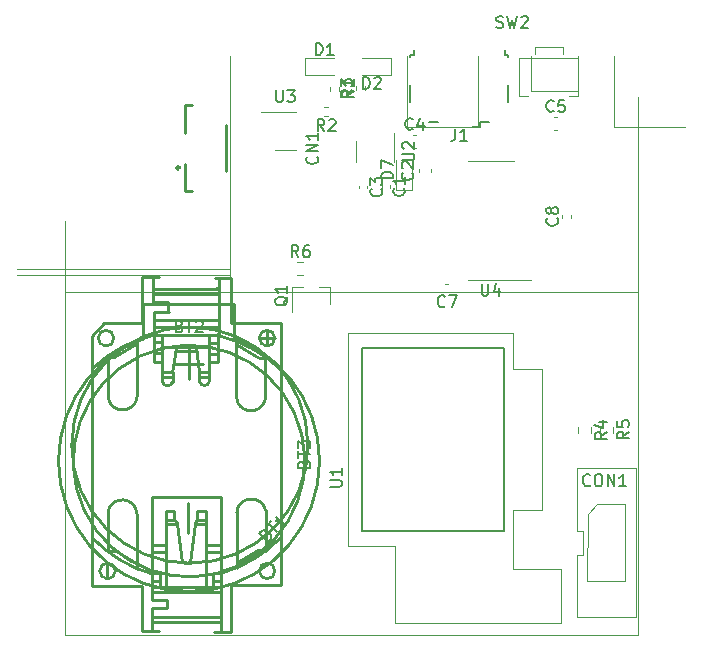
<source format=gbr>
G04 #@! TF.GenerationSoftware,KiCad,Pcbnew,(5.1.10-1-10_14)*
G04 #@! TF.CreationDate,2021-06-27T23:26:48+08:00*
G04 #@! TF.ProjectId,mops-out,6d6f7073-2d6f-4757-942e-6b696361645f,rev?*
G04 #@! TF.SameCoordinates,Original*
G04 #@! TF.FileFunction,Legend,Top*
G04 #@! TF.FilePolarity,Positive*
%FSLAX46Y46*%
G04 Gerber Fmt 4.6, Leading zero omitted, Abs format (unit mm)*
G04 Created by KiCad (PCBNEW (5.1.10-1-10_14)) date 2021-06-27 23:26:48*
%MOMM*%
%LPD*%
G01*
G04 APERTURE LIST*
%ADD10C,0.120000*%
%ADD11C,0.050000*%
%ADD12C,0.254000*%
%ADD13C,0.150000*%
%ADD14C,0.100076*%
%ADD15C,0.150114*%
%ADD16C,0.100000*%
G04 APERTURE END LIST*
D10*
X104000000Y-96000000D02*
X104000000Y-61000000D01*
X104000000Y-96000000D02*
X152500000Y-96000000D01*
X152500000Y-96000000D02*
X152500000Y-50500000D01*
X104000000Y-67000000D02*
X152500000Y-67000000D01*
X118000000Y-67000000D02*
X118000000Y-47000000D01*
X100000000Y-65000000D02*
X118000000Y-65000000D01*
X100000000Y-65500000D02*
X118000000Y-65500000D01*
D11*
X133000000Y-47000000D02*
X133000000Y-53000000D01*
X133000000Y-53000000D02*
X139000000Y-53000000D01*
X139000000Y-53000000D02*
X139000000Y-47000000D01*
X147500000Y-47000000D02*
X147500000Y-50000000D01*
X147500000Y-50000000D02*
X143500000Y-50000000D01*
X143500000Y-50000000D02*
X143500000Y-47000000D01*
X150500000Y-47000000D02*
X150500000Y-53000000D01*
X156500000Y-53000000D02*
X150500000Y-53000000D01*
D10*
X140073380Y-65992060D02*
X143523380Y-65992060D01*
X140073380Y-65992060D02*
X138123380Y-65992060D01*
X140073380Y-55872060D02*
X142023380Y-55872060D01*
X140073380Y-55872060D02*
X138123380Y-55872060D01*
X147349840Y-87204040D02*
X147349840Y-81879040D01*
X147849840Y-87204040D02*
X147349840Y-87204040D01*
X147849840Y-89204040D02*
X147849840Y-87204040D01*
X147349840Y-89204040D02*
X147849840Y-89204040D01*
X147349840Y-94529040D02*
X147349840Y-89204040D01*
X152349840Y-94529040D02*
X147349840Y-94529040D01*
X152349840Y-81879040D02*
X152349840Y-94529040D01*
X147349840Y-81879040D02*
X152349840Y-81879040D01*
X149069840Y-84894040D02*
X151399840Y-84894040D01*
X151399840Y-84894040D02*
X151399840Y-85654040D01*
X151399840Y-85694040D02*
X151399840Y-86289040D01*
X151399840Y-86289040D02*
X151399840Y-91429040D01*
X148229840Y-91429040D02*
X150779840Y-91424040D01*
X150757370Y-91429040D02*
X151399840Y-91429040D01*
X148269840Y-85764040D02*
X148229840Y-91429040D01*
X148269840Y-85754040D02*
X149039840Y-84924040D01*
X146857040Y-60682135D02*
X146857040Y-60450465D01*
X146137040Y-60682135D02*
X146137040Y-60450465D01*
X136468115Y-66297220D02*
X136236445Y-66297220D01*
X136468115Y-67017220D02*
X136236445Y-67017220D01*
X133417780Y-58306680D02*
X133417780Y-55821680D01*
X132047780Y-58306680D02*
X133417780Y-58306680D01*
X132047780Y-55821680D02*
X132047780Y-58306680D01*
D12*
X113339880Y-86306660D02*
X112577880Y-86306660D01*
X113492280Y-86662260D02*
X112603280Y-86662260D01*
X112577880Y-85493860D02*
X112577880Y-91894660D01*
X113085880Y-85493860D02*
X112577880Y-85493860D01*
X113289080Y-85493860D02*
X113085880Y-85493860D01*
X113289080Y-86255860D02*
X113289080Y-85493860D01*
X113492280Y-86459060D02*
X113289080Y-86255860D01*
X113492280Y-86662260D02*
X113492280Y-86459060D01*
X113898680Y-89837260D02*
X113492280Y-86662260D01*
X115956080Y-86306660D02*
X115194080Y-86306660D01*
X115930680Y-86662260D02*
X115041680Y-86662260D01*
X115956080Y-85493860D02*
X115956080Y-91894660D01*
X115448080Y-85493860D02*
X115956080Y-85493860D01*
X115244880Y-85493860D02*
X115448080Y-85493860D01*
X115244880Y-86255860D02*
X115244880Y-85493860D01*
X115041680Y-86459060D02*
X115244880Y-86255860D01*
X115041680Y-86662260D02*
X115041680Y-86459060D01*
X114635280Y-89837260D02*
X115041680Y-86662260D01*
X112019080Y-91488260D02*
X111434880Y-91488260D01*
X112069880Y-90777060D02*
X112069880Y-91920060D01*
X111531908Y-90777060D02*
X112069880Y-90777060D01*
X117124480Y-92402660D02*
X111511080Y-92402660D01*
X117226080Y-94917260D02*
X111434880Y-94917260D01*
X117200680Y-94536260D02*
X111434880Y-94536260D01*
X111434880Y-95679260D02*
X111409480Y-95704660D01*
X111434880Y-93774260D02*
X111434880Y-95679260D01*
X112628680Y-93774260D02*
X111434880Y-93774260D01*
X112628680Y-93037660D02*
X112628680Y-93774260D01*
X111434880Y-93037660D02*
X112628680Y-93037660D01*
X111434880Y-92656660D02*
X111434880Y-93037660D01*
X111434880Y-84325460D02*
X111434880Y-92656660D01*
X117175280Y-84325460D02*
X111434880Y-84325460D01*
X117226080Y-84376260D02*
X117175280Y-84325460D01*
X117226080Y-92682060D02*
X117226080Y-84376260D01*
X117226080Y-93063060D02*
X117226080Y-92682060D01*
X117226080Y-93698060D02*
X117226080Y-93063060D01*
X117226080Y-95704660D02*
X117226080Y-93698060D01*
X117251480Y-95730060D02*
X117226080Y-95704660D01*
X117175280Y-91920060D02*
X111434880Y-91920060D01*
X120985280Y-72590660D02*
X120985280Y-76045060D01*
X118546880Y-71168260D02*
X118546880Y-75867260D01*
X107701080Y-72514460D02*
X107701080Y-75968860D01*
X110139480Y-71092060D02*
X110139480Y-75791060D01*
X121010680Y-85468460D02*
X121010680Y-88922860D01*
X118572280Y-85646260D02*
X118572280Y-90345260D01*
X110114080Y-85747860D02*
X110114080Y-90396060D01*
X107624880Y-89938860D02*
X107624880Y-91234260D01*
X121772680Y-70888860D02*
X120502680Y-70888860D01*
X121137680Y-70228460D02*
X121137680Y-71473060D01*
X122331480Y-91818866D02*
X118140480Y-91818866D01*
X122331480Y-69618860D02*
X122331480Y-91818866D01*
X122306080Y-69593460D02*
X122331480Y-69618860D01*
X118115080Y-69593460D02*
X122306080Y-69593460D01*
X118115080Y-65758060D02*
X118115080Y-69593460D01*
X116692680Y-65758060D02*
X118115080Y-65758060D01*
X118115080Y-95730060D02*
X116667280Y-95730060D01*
X118115080Y-91818866D02*
X118115080Y-95730060D01*
X110545880Y-65732660D02*
X110545880Y-69643854D01*
X111993680Y-65732660D02*
X110545880Y-65732660D01*
X110545880Y-95704660D02*
X111993680Y-95704660D01*
X110545880Y-91869260D02*
X110545880Y-95704660D01*
X106354880Y-91869260D02*
X110545880Y-91869260D01*
X106329480Y-91843860D02*
X106354880Y-91869260D01*
X106329480Y-70685660D02*
X106329480Y-91843860D01*
X107371286Y-69643854D02*
X106329480Y-70685660D01*
X110520480Y-69643854D02*
X107371286Y-69643854D01*
X112577880Y-88999060D02*
X111434880Y-88999060D01*
X112577880Y-88414860D02*
X111434880Y-88414860D01*
X117149880Y-88440260D02*
X116006880Y-88440260D01*
X117149880Y-89024460D02*
X116006880Y-89024460D01*
X116591080Y-90777060D02*
X116591080Y-91920060D01*
X117129052Y-90777060D02*
X116591080Y-90777060D01*
X117226080Y-91488260D02*
X116641880Y-91488260D01*
X112781080Y-67866260D02*
X112781080Y-68653660D01*
X111511080Y-67866260D02*
X112781080Y-67866260D01*
X111511080Y-65732660D02*
X111511080Y-67866260D01*
X117049906Y-65785086D02*
X117049906Y-70660260D01*
X117022880Y-69974460D02*
X111536480Y-69974460D01*
X116997480Y-69364860D02*
X111587280Y-69364860D01*
X117048280Y-67155060D02*
X111536480Y-67155060D01*
X116870480Y-66748660D02*
X111511080Y-66748660D01*
X111536480Y-70660260D02*
X111536480Y-72108060D01*
X112247680Y-71193660D02*
X111536480Y-71193660D01*
X116972080Y-71295260D02*
X116260880Y-71295260D01*
X116260880Y-72209660D02*
X116997480Y-72209660D01*
X116260880Y-70761860D02*
X116260880Y-72209660D01*
X112273080Y-71650860D02*
X112273080Y-74571860D01*
X116184680Y-71650860D02*
X112273080Y-71650860D01*
X113136680Y-74216260D02*
X113136680Y-74571860D01*
X113136680Y-74216260D02*
X112273080Y-74216260D01*
X113136680Y-73784460D02*
X113136680Y-74216260D01*
X112273080Y-73784460D02*
X113136680Y-73784460D01*
X113390477Y-71704886D02*
X113118570Y-73829088D01*
X116260880Y-71625460D02*
X116260880Y-74546460D01*
X115397280Y-74190860D02*
X115397280Y-74546460D01*
X116260880Y-73759060D02*
X115397280Y-73759060D01*
X115397280Y-73662210D02*
X115143483Y-71679486D01*
X115397280Y-74190860D02*
X115397280Y-73662210D01*
X116260880Y-74190860D02*
X115397280Y-74190860D01*
X115185342Y-71981060D02*
X113390680Y-71981060D01*
X112273080Y-72108060D02*
X112273080Y-70660260D01*
X111536480Y-72108060D02*
X112273080Y-72108060D01*
X111536480Y-72870060D02*
X111536480Y-72108060D01*
X112222280Y-72870060D02*
X111536480Y-72870060D01*
X117022880Y-72870060D02*
X116260880Y-72870060D01*
X117022880Y-70660260D02*
X117022880Y-72870060D01*
X111536480Y-70660260D02*
X117022880Y-70660260D01*
X111536480Y-68679060D02*
X111536480Y-70660260D01*
X112806480Y-68679060D02*
X111536480Y-68679060D01*
X107675680Y-89024460D02*
X107675680Y-85570060D01*
X107675680Y-88872060D02*
X107675680Y-89024460D01*
X108259880Y-88872060D02*
X107675680Y-88872060D01*
X108234480Y-72514460D02*
X107650280Y-72514460D01*
X121036080Y-88821260D02*
X120451880Y-88821260D01*
X121010680Y-72565260D02*
X120426480Y-72565260D01*
X113898680Y-89837260D02*
G75*
G03*
X114635280Y-89837260I368300J368300D01*
G01*
X117276880Y-90777060D02*
G75*
G03*
X122288300Y-87790020I-3121790J10934895D01*
G01*
X118546880Y-75867259D02*
G75*
G03*
X120985280Y-76045060I1229891J57719D01*
G01*
X107701080Y-75968859D02*
G75*
G03*
X110139480Y-75791060I1208509J235519D01*
G01*
X121010680Y-85493861D02*
G75*
G03*
X118572280Y-85671660I-1208509J-235519D01*
G01*
X110114080Y-85747861D02*
G75*
G03*
X107675680Y-85570060I-1229891J-57719D01*
G01*
X111587280Y-70609460D02*
G75*
G03*
X106357420Y-73456800I2632974J-11062773D01*
G01*
X106329480Y-87779860D02*
G75*
G03*
X111447580Y-90860880I8218067J7860082D01*
G01*
X106832400Y-70893940D02*
G75*
G03*
X106832400Y-70881240I664751J6350D01*
G01*
X120472200Y-70893940D02*
G75*
G03*
X120472200Y-70881240I664751J6350D01*
G01*
X120472200Y-90604340D02*
G75*
G03*
X120472200Y-90591640I664751J6350D01*
G01*
X106959400Y-90604340D02*
G75*
G03*
X106959400Y-90591640I664751J6350D01*
G01*
X112781080Y-68653660D02*
G75*
G03*
X112806480Y-68679060I25400J0D01*
G01*
X111536480Y-70558660D02*
G75*
G03*
X111587280Y-70609460I50800J0D01*
G01*
X122280680Y-73530460D02*
G75*
G03*
X117050820Y-70683120I-7862834J-8215433D01*
G01*
X117050820Y-70683120D02*
G75*
G03*
X116974620Y-70609460I-74544J-871D01*
G01*
X117050820Y-65786000D02*
G75*
G03*
X117022880Y-65758060I-27020J920D01*
G01*
X117048280Y-69999860D02*
G75*
G03*
X117022880Y-69974460I-25400J0D01*
G01*
X117048280Y-69415660D02*
G75*
G03*
X116997480Y-69364860I-50800J0D01*
G01*
X116870480Y-66748660D02*
G75*
G03*
X116921280Y-66697860I0J50800D01*
G01*
X116260880Y-70660260D02*
G75*
G03*
X116311680Y-70711060I50800J0D01*
G01*
X112273079Y-74571859D02*
G75*
G03*
X113136680Y-74571860I431801J84360D01*
G01*
X115397279Y-74546459D02*
G75*
G03*
X116260880Y-74546460I431801J84360D01*
G01*
X110114080Y-89989660D02*
G75*
G03*
X108259880Y-88872060I-15840075J-24183181D01*
G01*
X108234480Y-72514460D02*
G75*
G03*
X110088680Y-71396860I-13985875J25300781D01*
G01*
X120451880Y-88821260D02*
G75*
G03*
X118597680Y-89938860I13985875J-25300781D01*
G01*
X118572280Y-71447660D02*
G75*
G03*
X120426480Y-72565260I15840075J24183181D01*
G01*
X113153444Y-73033915D02*
X115693444Y-73033915D01*
X114423444Y-84833943D02*
X114423444Y-87373943D01*
X114523444Y-71763915D02*
X114523444Y-74303915D01*
X118373449Y-68033925D02*
X110673439Y-68033925D01*
X118373449Y-68033925D02*
X118373449Y-70833920D01*
X110673439Y-68033925D02*
X110673439Y-70933920D01*
X110323452Y-72433917D02*
G75*
G03*
X110411768Y-72392515I4205311J-8855574D01*
G01*
X110673439Y-70933920D02*
G75*
G03*
X118363416Y-70926452I3855048J-10355718D01*
G01*
X124599700Y-79943932D02*
G75*
G03*
X124599700Y-79943932I-9999980J0D01*
G01*
D13*
X135600000Y-52600000D02*
X134875000Y-52600000D01*
X139200000Y-52600000D02*
X139925000Y-52600000D01*
X139200000Y-53025000D02*
X139200000Y-52600000D01*
X138475000Y-53025000D02*
X139200000Y-53025000D01*
X133250000Y-49450000D02*
X133250000Y-50850000D01*
X133250000Y-46900000D02*
X133250000Y-47050000D01*
X133550000Y-46900000D02*
X133250000Y-46900000D01*
X133550000Y-46450000D02*
X133550000Y-46900000D01*
X141250000Y-46900000D02*
X141250000Y-46450000D01*
X141550000Y-46900000D02*
X141250000Y-46900000D01*
X141550000Y-47050000D02*
X141550000Y-46900000D01*
X141550000Y-50850000D02*
X141550000Y-49450000D01*
D10*
X123705276Y-64477500D02*
X124214724Y-64477500D01*
X123705276Y-65522500D02*
X124214724Y-65522500D01*
X150407900Y-78373516D02*
X150407900Y-78882964D01*
X149362900Y-78373516D02*
X149362900Y-78882964D01*
X148522500Y-78425276D02*
X148522500Y-78934724D01*
X147477500Y-78425276D02*
X147477500Y-78934724D01*
X128705340Y-49905901D02*
X128705340Y-49570659D01*
X129465340Y-49905901D02*
X129465340Y-49570659D01*
X126326881Y-52109640D02*
X125991639Y-52109640D01*
X126326881Y-51349640D02*
X125991639Y-51349640D01*
X127263160Y-49593519D02*
X127263160Y-49928761D01*
X126503160Y-49593519D02*
X126503160Y-49928761D01*
X126438780Y-66527140D02*
X125508780Y-66527140D01*
X123278780Y-66527140D02*
X124208780Y-66527140D01*
X123278780Y-66527140D02*
X123278780Y-68687140D01*
X126438780Y-66527140D02*
X126438780Y-67987140D01*
X129200000Y-48635000D02*
X131660000Y-48635000D01*
X131660000Y-48635000D02*
X131660000Y-47165000D01*
X131660000Y-47165000D02*
X129200000Y-47165000D01*
X126800000Y-47165000D02*
X124340000Y-47165000D01*
X124340000Y-47165000D02*
X124340000Y-48635000D01*
X124340000Y-48635000D02*
X126800000Y-48635000D01*
X145426213Y-52202620D02*
X145718747Y-52202620D01*
X145426213Y-53222620D02*
X145718747Y-53222620D01*
X133490753Y-53726620D02*
X133783287Y-53726620D01*
X133490753Y-54746620D02*
X133783287Y-54746620D01*
X129635840Y-57966345D02*
X129635840Y-58198015D01*
X128915840Y-57966345D02*
X128915840Y-58198015D01*
X133990620Y-56851767D02*
X133990620Y-56559233D01*
X135010620Y-56851767D02*
X135010620Y-56559233D01*
X131548460Y-57925705D02*
X131548460Y-58157375D01*
X130828460Y-57925705D02*
X130828460Y-58157375D01*
D12*
X114201645Y-56146083D02*
X114201645Y-58444809D01*
X114201645Y-58444809D02*
X114787674Y-58444809D01*
X117658610Y-56767367D02*
X117658610Y-52872684D01*
X114787674Y-51137025D02*
X114201645Y-51137025D01*
X114201645Y-51214165D02*
X114201645Y-53493993D01*
X113742667Y-56445041D02*
G75*
G03*
X113742667Y-56445041I-141478J0D01*
G01*
D10*
X128633580Y-54179900D02*
X128633580Y-55979900D01*
X131853580Y-55979900D02*
X131853580Y-53529900D01*
X121769300Y-54944920D02*
X123569300Y-54944920D01*
X123569300Y-51724920D02*
X120619300Y-51724920D01*
D14*
X141949952Y-90465106D02*
X146050020Y-90465106D01*
X146050020Y-90465106D02*
X146050020Y-94964970D01*
X146050020Y-94964970D02*
X131949972Y-94964970D01*
X131949972Y-94964970D02*
X131949972Y-88465110D01*
X131949972Y-88465110D02*
X127949980Y-88465110D01*
X127949980Y-88465110D02*
X127949980Y-70465146D01*
X127949980Y-70465146D02*
X141949952Y-70465146D01*
X141949952Y-70465146D02*
X141949952Y-73465140D01*
X141949952Y-73465140D02*
X144450074Y-73465140D01*
X144450074Y-73465140D02*
X144450074Y-85465116D01*
X144450074Y-85465116D02*
X141949952Y-85465116D01*
X141949952Y-85465116D02*
X141949952Y-90465106D01*
D15*
X129199914Y-87214922D02*
X129199914Y-71715080D01*
X129199914Y-71715080D02*
X141199890Y-71715080D01*
X141199890Y-71715080D02*
X141199890Y-87214922D01*
X141199890Y-87214922D02*
X129199914Y-87214922D01*
D16*
X146698752Y-50359712D02*
X147498598Y-50359712D01*
X147498598Y-50359712D02*
X147498598Y-47159566D01*
X147498598Y-47159566D02*
X142498608Y-47159566D01*
X142498608Y-47159566D02*
X142498608Y-50359712D01*
X142498608Y-50359712D02*
X143198632Y-50359712D01*
X146198626Y-46859592D02*
X146198626Y-46259644D01*
X146198626Y-46259644D02*
X143798834Y-46259644D01*
X143798834Y-46259644D02*
X143798834Y-46859592D01*
D13*
X139311475Y-66284440D02*
X139311475Y-67093964D01*
X139359094Y-67189202D01*
X139406713Y-67236821D01*
X139501951Y-67284440D01*
X139692427Y-67284440D01*
X139787665Y-67236821D01*
X139835284Y-67189202D01*
X139882903Y-67093964D01*
X139882903Y-66284440D01*
X140787665Y-66617774D02*
X140787665Y-67284440D01*
X140549570Y-66236821D02*
X140311475Y-66951107D01*
X140930522Y-66951107D01*
X148485554Y-83321182D02*
X148437935Y-83368801D01*
X148295078Y-83416420D01*
X148199840Y-83416420D01*
X148056982Y-83368801D01*
X147961744Y-83273563D01*
X147914125Y-83178325D01*
X147866506Y-82987849D01*
X147866506Y-82844992D01*
X147914125Y-82654516D01*
X147961744Y-82559278D01*
X148056982Y-82464040D01*
X148199840Y-82416420D01*
X148295078Y-82416420D01*
X148437935Y-82464040D01*
X148485554Y-82511659D01*
X149104601Y-82416420D02*
X149295078Y-82416420D01*
X149390316Y-82464040D01*
X149485554Y-82559278D01*
X149533173Y-82749754D01*
X149533173Y-83083087D01*
X149485554Y-83273563D01*
X149390316Y-83368801D01*
X149295078Y-83416420D01*
X149104601Y-83416420D01*
X149009363Y-83368801D01*
X148914125Y-83273563D01*
X148866506Y-83083087D01*
X148866506Y-82749754D01*
X148914125Y-82559278D01*
X149009363Y-82464040D01*
X149104601Y-82416420D01*
X149961744Y-83416420D02*
X149961744Y-82416420D01*
X150533173Y-83416420D01*
X150533173Y-82416420D01*
X151533173Y-83416420D02*
X150961744Y-83416420D01*
X151247459Y-83416420D02*
X151247459Y-82416420D01*
X151152220Y-82559278D01*
X151056982Y-82654516D01*
X150961744Y-82702135D01*
X145694182Y-60732966D02*
X145741801Y-60780585D01*
X145789420Y-60923442D01*
X145789420Y-61018680D01*
X145741801Y-61161538D01*
X145646563Y-61256776D01*
X145551325Y-61304395D01*
X145360849Y-61352014D01*
X145217992Y-61352014D01*
X145027516Y-61304395D01*
X144932278Y-61256776D01*
X144837040Y-61161538D01*
X144789420Y-61018680D01*
X144789420Y-60923442D01*
X144837040Y-60780585D01*
X144884659Y-60732966D01*
X145217992Y-60161538D02*
X145170373Y-60256776D01*
X145122754Y-60304395D01*
X145027516Y-60352014D01*
X144979897Y-60352014D01*
X144884659Y-60304395D01*
X144837040Y-60256776D01*
X144789420Y-60161538D01*
X144789420Y-59971061D01*
X144837040Y-59875823D01*
X144884659Y-59828204D01*
X144979897Y-59780585D01*
X145027516Y-59780585D01*
X145122754Y-59828204D01*
X145170373Y-59875823D01*
X145217992Y-59971061D01*
X145217992Y-60161538D01*
X145265611Y-60256776D01*
X145313230Y-60304395D01*
X145408468Y-60352014D01*
X145598944Y-60352014D01*
X145694182Y-60304395D01*
X145741801Y-60256776D01*
X145789420Y-60161538D01*
X145789420Y-59971061D01*
X145741801Y-59875823D01*
X145694182Y-59828204D01*
X145598944Y-59780585D01*
X145408468Y-59780585D01*
X145313230Y-59828204D01*
X145265611Y-59875823D01*
X145217992Y-59971061D01*
X136185613Y-68174362D02*
X136137994Y-68221981D01*
X135995137Y-68269600D01*
X135899899Y-68269600D01*
X135757041Y-68221981D01*
X135661803Y-68126743D01*
X135614184Y-68031505D01*
X135566565Y-67841029D01*
X135566565Y-67698172D01*
X135614184Y-67507696D01*
X135661803Y-67412458D01*
X135757041Y-67317220D01*
X135899899Y-67269600D01*
X135995137Y-67269600D01*
X136137994Y-67317220D01*
X136185613Y-67364839D01*
X136518946Y-67269600D02*
X137185613Y-67269600D01*
X136757041Y-68269600D01*
X131805160Y-57359775D02*
X130805160Y-57359775D01*
X130805160Y-57121680D01*
X130852780Y-56978822D01*
X130948018Y-56883584D01*
X131043256Y-56835965D01*
X131233732Y-56788346D01*
X131376589Y-56788346D01*
X131567065Y-56835965D01*
X131662303Y-56883584D01*
X131757541Y-56978822D01*
X131805160Y-57121680D01*
X131805160Y-57359775D01*
X130805160Y-56455013D02*
X130805160Y-55788346D01*
X131805160Y-56216918D01*
X124259051Y-81529774D02*
X124306670Y-81386917D01*
X124354289Y-81339298D01*
X124449527Y-81291679D01*
X124592384Y-81291679D01*
X124687622Y-81339298D01*
X124735241Y-81386917D01*
X124782860Y-81482155D01*
X124782860Y-81863107D01*
X123782860Y-81863107D01*
X123782860Y-81529774D01*
X123830480Y-81434536D01*
X123878099Y-81386917D01*
X123973337Y-81339298D01*
X124068575Y-81339298D01*
X124163813Y-81386917D01*
X124211432Y-81434536D01*
X124259051Y-81529774D01*
X124259051Y-81863107D01*
X123782860Y-81005964D02*
X123782860Y-80434536D01*
X124782860Y-80720250D02*
X123782860Y-80720250D01*
X123782860Y-80196440D02*
X123782860Y-79577393D01*
X124163813Y-79910726D01*
X124163813Y-79767869D01*
X124211432Y-79672631D01*
X124259051Y-79625012D01*
X124354289Y-79577393D01*
X124592384Y-79577393D01*
X124687622Y-79625012D01*
X124735241Y-79672631D01*
X124782860Y-79767869D01*
X124782860Y-80053583D01*
X124735241Y-80148821D01*
X124687622Y-80196440D01*
X113737805Y-69862371D02*
X113880662Y-69909990D01*
X113928281Y-69957609D01*
X113975900Y-70052847D01*
X113975900Y-70195704D01*
X113928281Y-70290942D01*
X113880662Y-70338561D01*
X113785424Y-70386180D01*
X113404472Y-70386180D01*
X113404472Y-69386180D01*
X113737805Y-69386180D01*
X113833043Y-69433800D01*
X113880662Y-69481419D01*
X113928281Y-69576657D01*
X113928281Y-69671895D01*
X113880662Y-69767133D01*
X113833043Y-69814752D01*
X113737805Y-69862371D01*
X113404472Y-69862371D01*
X114261615Y-69386180D02*
X114833043Y-69386180D01*
X114547329Y-70386180D02*
X114547329Y-69386180D01*
X115118758Y-69481419D02*
X115166377Y-69433800D01*
X115261615Y-69386180D01*
X115499710Y-69386180D01*
X115594948Y-69433800D01*
X115642567Y-69481419D01*
X115690186Y-69576657D01*
X115690186Y-69671895D01*
X115642567Y-69814752D01*
X115071139Y-70386180D01*
X115690186Y-70386180D01*
X121064696Y-87520076D02*
X121199383Y-87452732D01*
X121266726Y-87452732D01*
X121367742Y-87486404D01*
X121468757Y-87587419D01*
X121502429Y-87688435D01*
X121502429Y-87755778D01*
X121468757Y-87856793D01*
X121199383Y-88126167D01*
X120492276Y-87419061D01*
X120727978Y-87183358D01*
X120828994Y-87149687D01*
X120896337Y-87149687D01*
X120997352Y-87183358D01*
X121064696Y-87250702D01*
X121098368Y-87351717D01*
X121098368Y-87419061D01*
X121064696Y-87520076D01*
X120828994Y-87755778D01*
X121098368Y-86812969D02*
X121502429Y-86408908D01*
X122007505Y-87318045D02*
X121300398Y-86610938D01*
X122815627Y-86509923D02*
X122411566Y-86913984D01*
X122613597Y-86711954D02*
X121906490Y-86004847D01*
X121940162Y-86173206D01*
X121940162Y-86307893D01*
X121906490Y-86408908D01*
X137066666Y-53152380D02*
X137066666Y-53866666D01*
X137019047Y-54009523D01*
X136923809Y-54104761D01*
X136780952Y-54152380D01*
X136685714Y-54152380D01*
X138066666Y-54152380D02*
X137495238Y-54152380D01*
X137780952Y-54152380D02*
X137780952Y-53152380D01*
X137685714Y-53295238D01*
X137590476Y-53390476D01*
X137495238Y-53438095D01*
X123793333Y-64022380D02*
X123460000Y-63546190D01*
X123221904Y-64022380D02*
X123221904Y-63022380D01*
X123602857Y-63022380D01*
X123698095Y-63070000D01*
X123745714Y-63117619D01*
X123793333Y-63212857D01*
X123793333Y-63355714D01*
X123745714Y-63450952D01*
X123698095Y-63498571D01*
X123602857Y-63546190D01*
X123221904Y-63546190D01*
X124650476Y-63022380D02*
X124460000Y-63022380D01*
X124364761Y-63070000D01*
X124317142Y-63117619D01*
X124221904Y-63260476D01*
X124174285Y-63450952D01*
X124174285Y-63831904D01*
X124221904Y-63927142D01*
X124269523Y-63974761D01*
X124364761Y-64022380D01*
X124555238Y-64022380D01*
X124650476Y-63974761D01*
X124698095Y-63927142D01*
X124745714Y-63831904D01*
X124745714Y-63593809D01*
X124698095Y-63498571D01*
X124650476Y-63450952D01*
X124555238Y-63403333D01*
X124364761Y-63403333D01*
X124269523Y-63450952D01*
X124221904Y-63498571D01*
X124174285Y-63593809D01*
X151767780Y-78794906D02*
X151291590Y-79128240D01*
X151767780Y-79366335D02*
X150767780Y-79366335D01*
X150767780Y-78985382D01*
X150815400Y-78890144D01*
X150863019Y-78842525D01*
X150958257Y-78794906D01*
X151101114Y-78794906D01*
X151196352Y-78842525D01*
X151243971Y-78890144D01*
X151291590Y-78985382D01*
X151291590Y-79366335D01*
X150767780Y-77890144D02*
X150767780Y-78366335D01*
X151243971Y-78413954D01*
X151196352Y-78366335D01*
X151148733Y-78271097D01*
X151148733Y-78033001D01*
X151196352Y-77937763D01*
X151243971Y-77890144D01*
X151339209Y-77842525D01*
X151577304Y-77842525D01*
X151672542Y-77890144D01*
X151720161Y-77937763D01*
X151767780Y-78033001D01*
X151767780Y-78271097D01*
X151720161Y-78366335D01*
X151672542Y-78413954D01*
X149882380Y-78846666D02*
X149406190Y-79180000D01*
X149882380Y-79418095D02*
X148882380Y-79418095D01*
X148882380Y-79037142D01*
X148930000Y-78941904D01*
X148977619Y-78894285D01*
X149072857Y-78846666D01*
X149215714Y-78846666D01*
X149310952Y-78894285D01*
X149358571Y-78941904D01*
X149406190Y-79037142D01*
X149406190Y-79418095D01*
X149215714Y-77989523D02*
X149882380Y-77989523D01*
X148834761Y-78227619D02*
X149549047Y-78465714D01*
X149549047Y-77846666D01*
X128367720Y-49904946D02*
X127891530Y-50238280D01*
X128367720Y-50476375D02*
X127367720Y-50476375D01*
X127367720Y-50095422D01*
X127415340Y-50000184D01*
X127462959Y-49952565D01*
X127558197Y-49904946D01*
X127701054Y-49904946D01*
X127796292Y-49952565D01*
X127843911Y-50000184D01*
X127891530Y-50095422D01*
X127891530Y-50476375D01*
X127367720Y-49571613D02*
X127367720Y-48952565D01*
X127748673Y-49285899D01*
X127748673Y-49143041D01*
X127796292Y-49047803D01*
X127843911Y-49000184D01*
X127939149Y-48952565D01*
X128177244Y-48952565D01*
X128272482Y-49000184D01*
X128320101Y-49047803D01*
X128367720Y-49143041D01*
X128367720Y-49428756D01*
X128320101Y-49523994D01*
X128272482Y-49571613D01*
X125992593Y-53352020D02*
X125659260Y-52875830D01*
X125421164Y-53352020D02*
X125421164Y-52352020D01*
X125802117Y-52352020D01*
X125897355Y-52399640D01*
X125944974Y-52447259D01*
X125992593Y-52542497D01*
X125992593Y-52685354D01*
X125944974Y-52780592D01*
X125897355Y-52828211D01*
X125802117Y-52875830D01*
X125421164Y-52875830D01*
X126373545Y-52447259D02*
X126421164Y-52399640D01*
X126516402Y-52352020D01*
X126754498Y-52352020D01*
X126849736Y-52399640D01*
X126897355Y-52447259D01*
X126944974Y-52542497D01*
X126944974Y-52637735D01*
X126897355Y-52780592D01*
X126325926Y-53352020D01*
X126944974Y-53352020D01*
X128505540Y-49927806D02*
X128029350Y-50261140D01*
X128505540Y-50499235D02*
X127505540Y-50499235D01*
X127505540Y-50118282D01*
X127553160Y-50023044D01*
X127600779Y-49975425D01*
X127696017Y-49927806D01*
X127838874Y-49927806D01*
X127934112Y-49975425D01*
X127981731Y-50023044D01*
X128029350Y-50118282D01*
X128029350Y-50499235D01*
X128505540Y-48975425D02*
X128505540Y-49546854D01*
X128505540Y-49261140D02*
X127505540Y-49261140D01*
X127648398Y-49356378D01*
X127743636Y-49451616D01*
X127791255Y-49546854D01*
X122906399Y-67382378D02*
X122858780Y-67477616D01*
X122763541Y-67572854D01*
X122620684Y-67715711D01*
X122573065Y-67810949D01*
X122573065Y-67906187D01*
X122811160Y-67858568D02*
X122763541Y-67953806D01*
X122668303Y-68049044D01*
X122477827Y-68096663D01*
X122144494Y-68096663D01*
X121954018Y-68049044D01*
X121858780Y-67953806D01*
X121811160Y-67858568D01*
X121811160Y-67668092D01*
X121858780Y-67572854D01*
X121954018Y-67477616D01*
X122144494Y-67429997D01*
X122477827Y-67429997D01*
X122668303Y-67477616D01*
X122763541Y-67572854D01*
X122811160Y-67668092D01*
X122811160Y-67858568D01*
X122811160Y-66477616D02*
X122811160Y-67049044D01*
X122811160Y-66763330D02*
X121811160Y-66763330D01*
X121954018Y-66858568D01*
X122049256Y-66953806D01*
X122096875Y-67049044D01*
X129261904Y-49782380D02*
X129261904Y-48782380D01*
X129500000Y-48782380D01*
X129642857Y-48830000D01*
X129738095Y-48925238D01*
X129785714Y-49020476D01*
X129833333Y-49210952D01*
X129833333Y-49353809D01*
X129785714Y-49544285D01*
X129738095Y-49639523D01*
X129642857Y-49734761D01*
X129500000Y-49782380D01*
X129261904Y-49782380D01*
X130214285Y-48877619D02*
X130261904Y-48830000D01*
X130357142Y-48782380D01*
X130595238Y-48782380D01*
X130690476Y-48830000D01*
X130738095Y-48877619D01*
X130785714Y-48972857D01*
X130785714Y-49068095D01*
X130738095Y-49210952D01*
X130166666Y-49782380D01*
X130785714Y-49782380D01*
X125261904Y-46922380D02*
X125261904Y-45922380D01*
X125500000Y-45922380D01*
X125642857Y-45970000D01*
X125738095Y-46065238D01*
X125785714Y-46160476D01*
X125833333Y-46350952D01*
X125833333Y-46493809D01*
X125785714Y-46684285D01*
X125738095Y-46779523D01*
X125642857Y-46874761D01*
X125500000Y-46922380D01*
X125261904Y-46922380D01*
X126785714Y-46922380D02*
X126214285Y-46922380D01*
X126500000Y-46922380D02*
X126500000Y-45922380D01*
X126404761Y-46065238D01*
X126309523Y-46160476D01*
X126214285Y-46208095D01*
X145405813Y-51639762D02*
X145358194Y-51687381D01*
X145215337Y-51735000D01*
X145120099Y-51735000D01*
X144977241Y-51687381D01*
X144882003Y-51592143D01*
X144834384Y-51496905D01*
X144786765Y-51306429D01*
X144786765Y-51163572D01*
X144834384Y-50973096D01*
X144882003Y-50877858D01*
X144977241Y-50782620D01*
X145120099Y-50735000D01*
X145215337Y-50735000D01*
X145358194Y-50782620D01*
X145405813Y-50830239D01*
X146310575Y-50735000D02*
X145834384Y-50735000D01*
X145786765Y-51211191D01*
X145834384Y-51163572D01*
X145929622Y-51115953D01*
X146167718Y-51115953D01*
X146262956Y-51163572D01*
X146310575Y-51211191D01*
X146358194Y-51306429D01*
X146358194Y-51544524D01*
X146310575Y-51639762D01*
X146262956Y-51687381D01*
X146167718Y-51735000D01*
X145929622Y-51735000D01*
X145834384Y-51687381D01*
X145786765Y-51639762D01*
X133470353Y-53163762D02*
X133422734Y-53211381D01*
X133279877Y-53259000D01*
X133184639Y-53259000D01*
X133041781Y-53211381D01*
X132946543Y-53116143D01*
X132898924Y-53020905D01*
X132851305Y-52830429D01*
X132851305Y-52687572D01*
X132898924Y-52497096D01*
X132946543Y-52401858D01*
X133041781Y-52306620D01*
X133184639Y-52259000D01*
X133279877Y-52259000D01*
X133422734Y-52306620D01*
X133470353Y-52354239D01*
X134327496Y-52592334D02*
X134327496Y-53259000D01*
X134089400Y-52211381D02*
X133851305Y-52925667D01*
X134470353Y-52925667D01*
X130792982Y-58248846D02*
X130840601Y-58296465D01*
X130888220Y-58439322D01*
X130888220Y-58534560D01*
X130840601Y-58677418D01*
X130745363Y-58772656D01*
X130650125Y-58820275D01*
X130459649Y-58867894D01*
X130316792Y-58867894D01*
X130126316Y-58820275D01*
X130031078Y-58772656D01*
X129935840Y-58677418D01*
X129888220Y-58534560D01*
X129888220Y-58439322D01*
X129935840Y-58296465D01*
X129983459Y-58248846D01*
X129888220Y-57915513D02*
X129888220Y-57296465D01*
X130269173Y-57629799D01*
X130269173Y-57486941D01*
X130316792Y-57391703D01*
X130364411Y-57344084D01*
X130459649Y-57296465D01*
X130697744Y-57296465D01*
X130792982Y-57344084D01*
X130840601Y-57391703D01*
X130888220Y-57486941D01*
X130888220Y-57772656D01*
X130840601Y-57867894D01*
X130792982Y-57915513D01*
X133427762Y-56872166D02*
X133475381Y-56919785D01*
X133523000Y-57062642D01*
X133523000Y-57157880D01*
X133475381Y-57300738D01*
X133380143Y-57395976D01*
X133284905Y-57443595D01*
X133094429Y-57491214D01*
X132951572Y-57491214D01*
X132761096Y-57443595D01*
X132665858Y-57395976D01*
X132570620Y-57300738D01*
X132523000Y-57157880D01*
X132523000Y-57062642D01*
X132570620Y-56919785D01*
X132618239Y-56872166D01*
X132618239Y-56491214D02*
X132570620Y-56443595D01*
X132523000Y-56348357D01*
X132523000Y-56110261D01*
X132570620Y-56015023D01*
X132618239Y-55967404D01*
X132713477Y-55919785D01*
X132808715Y-55919785D01*
X132951572Y-55967404D01*
X133523000Y-56538833D01*
X133523000Y-55919785D01*
X132705602Y-58208206D02*
X132753221Y-58255825D01*
X132800840Y-58398682D01*
X132800840Y-58493920D01*
X132753221Y-58636778D01*
X132657983Y-58732016D01*
X132562745Y-58779635D01*
X132372269Y-58827254D01*
X132229412Y-58827254D01*
X132038936Y-58779635D01*
X131943698Y-58732016D01*
X131848460Y-58636778D01*
X131800840Y-58493920D01*
X131800840Y-58398682D01*
X131848460Y-58255825D01*
X131896079Y-58208206D01*
X132800840Y-57255825D02*
X132800840Y-57827254D01*
X132800840Y-57541540D02*
X131800840Y-57541540D01*
X131943698Y-57636778D01*
X132038936Y-57732016D01*
X132086555Y-57827254D01*
X125367142Y-55510476D02*
X125414761Y-55558095D01*
X125462380Y-55700952D01*
X125462380Y-55796190D01*
X125414761Y-55939047D01*
X125319523Y-56034285D01*
X125224285Y-56081904D01*
X125033809Y-56129523D01*
X124890952Y-56129523D01*
X124700476Y-56081904D01*
X124605238Y-56034285D01*
X124510000Y-55939047D01*
X124462380Y-55796190D01*
X124462380Y-55700952D01*
X124510000Y-55558095D01*
X124557619Y-55510476D01*
X125462380Y-55081904D02*
X124462380Y-55081904D01*
X125462380Y-54510476D01*
X124462380Y-54510476D01*
X125462380Y-53510476D02*
X125462380Y-54081904D01*
X125462380Y-53796190D02*
X124462380Y-53796190D01*
X124605238Y-53891428D01*
X124700476Y-53986666D01*
X124748095Y-54081904D01*
X132595960Y-55841804D02*
X133405484Y-55841804D01*
X133500722Y-55794185D01*
X133548341Y-55746566D01*
X133595960Y-55651328D01*
X133595960Y-55460852D01*
X133548341Y-55365614D01*
X133500722Y-55317995D01*
X133405484Y-55270376D01*
X132595960Y-55270376D01*
X132691199Y-54841804D02*
X132643580Y-54794185D01*
X132595960Y-54698947D01*
X132595960Y-54460852D01*
X132643580Y-54365614D01*
X132691199Y-54317995D01*
X132786437Y-54270376D01*
X132881675Y-54270376D01*
X133024532Y-54317995D01*
X133595960Y-54889423D01*
X133595960Y-54270376D01*
X121907395Y-49887300D02*
X121907395Y-50696824D01*
X121955014Y-50792062D01*
X122002633Y-50839681D01*
X122097871Y-50887300D01*
X122288347Y-50887300D01*
X122383585Y-50839681D01*
X122431204Y-50792062D01*
X122478823Y-50696824D01*
X122478823Y-49887300D01*
X122859776Y-49887300D02*
X123478823Y-49887300D01*
X123145490Y-50268253D01*
X123288347Y-50268253D01*
X123383585Y-50315872D01*
X123431204Y-50363491D01*
X123478823Y-50458729D01*
X123478823Y-50696824D01*
X123431204Y-50792062D01*
X123383585Y-50839681D01*
X123288347Y-50887300D01*
X123002633Y-50887300D01*
X122907395Y-50839681D01*
X122859776Y-50792062D01*
X126452380Y-83476962D02*
X127261904Y-83476962D01*
X127357142Y-83429343D01*
X127404761Y-83381724D01*
X127452380Y-83286486D01*
X127452380Y-83096010D01*
X127404761Y-83000772D01*
X127357142Y-82953153D01*
X127261904Y-82905534D01*
X126452380Y-82905534D01*
X127452380Y-81905534D02*
X127452380Y-82476962D01*
X127452380Y-82191248D02*
X126452380Y-82191248D01*
X126595238Y-82286486D01*
X126690476Y-82381724D01*
X126738095Y-82476962D01*
X140552559Y-44580396D02*
X140695416Y-44628015D01*
X140933512Y-44628015D01*
X141028750Y-44580396D01*
X141076369Y-44532777D01*
X141123988Y-44437539D01*
X141123988Y-44342301D01*
X141076369Y-44247063D01*
X141028750Y-44199444D01*
X140933512Y-44151825D01*
X140743035Y-44104206D01*
X140647797Y-44056587D01*
X140600178Y-44008968D01*
X140552559Y-43913730D01*
X140552559Y-43818492D01*
X140600178Y-43723254D01*
X140647797Y-43675635D01*
X140743035Y-43628015D01*
X140981131Y-43628015D01*
X141123988Y-43675635D01*
X141457321Y-43628015D02*
X141695416Y-44628015D01*
X141885893Y-43913730D01*
X142076369Y-44628015D01*
X142314464Y-43628015D01*
X142647797Y-43723254D02*
X142695416Y-43675635D01*
X142790654Y-43628015D01*
X143028750Y-43628015D01*
X143123988Y-43675635D01*
X143171607Y-43723254D01*
X143219226Y-43818492D01*
X143219226Y-43913730D01*
X143171607Y-44056587D01*
X142600178Y-44628015D01*
X143219226Y-44628015D01*
M02*

</source>
